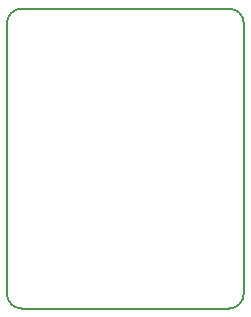
<source format=gbr>
G04 #@! TF.GenerationSoftware,KiCad,Pcbnew,(5.0.2)-1*
G04 #@! TF.CreationDate,2018-12-29T12:11:14-05:00*
G04 #@! TF.ProjectId,8P8C+LED_Horizontal,38503843-2b4c-4454-945f-486f72697a6f,rev?*
G04 #@! TF.SameCoordinates,Original*
G04 #@! TF.FileFunction,Profile,NP*
%FSLAX46Y46*%
G04 Gerber Fmt 4.6, Leading zero omitted, Abs format (unit mm)*
G04 Created by KiCad (PCBNEW (5.0.2)-1) date 12/29/2018 12:11:14 PM*
%MOMM*%
%LPD*%
G01*
G04 APERTURE LIST*
%ADD10C,0.150000*%
G04 APERTURE END LIST*
D10*
X132334000Y-118110000D02*
X149860000Y-118110000D01*
X132334000Y-92710000D02*
X149860000Y-92710000D01*
X151130000Y-116840000D02*
X151130000Y-93980000D01*
X131064000Y-93980000D02*
X131064000Y-116840000D01*
X151130000Y-116840000D02*
G75*
G02X149860000Y-118110000I-1270000J0D01*
G01*
X132334000Y-118110000D02*
G75*
G02X131064000Y-116840000I0J1270000D01*
G01*
X131064000Y-93980000D02*
G75*
G02X132334000Y-92710000I1270000J0D01*
G01*
X149860000Y-92710000D02*
G75*
G02X151130000Y-93980000I0J-1270000D01*
G01*
M02*

</source>
